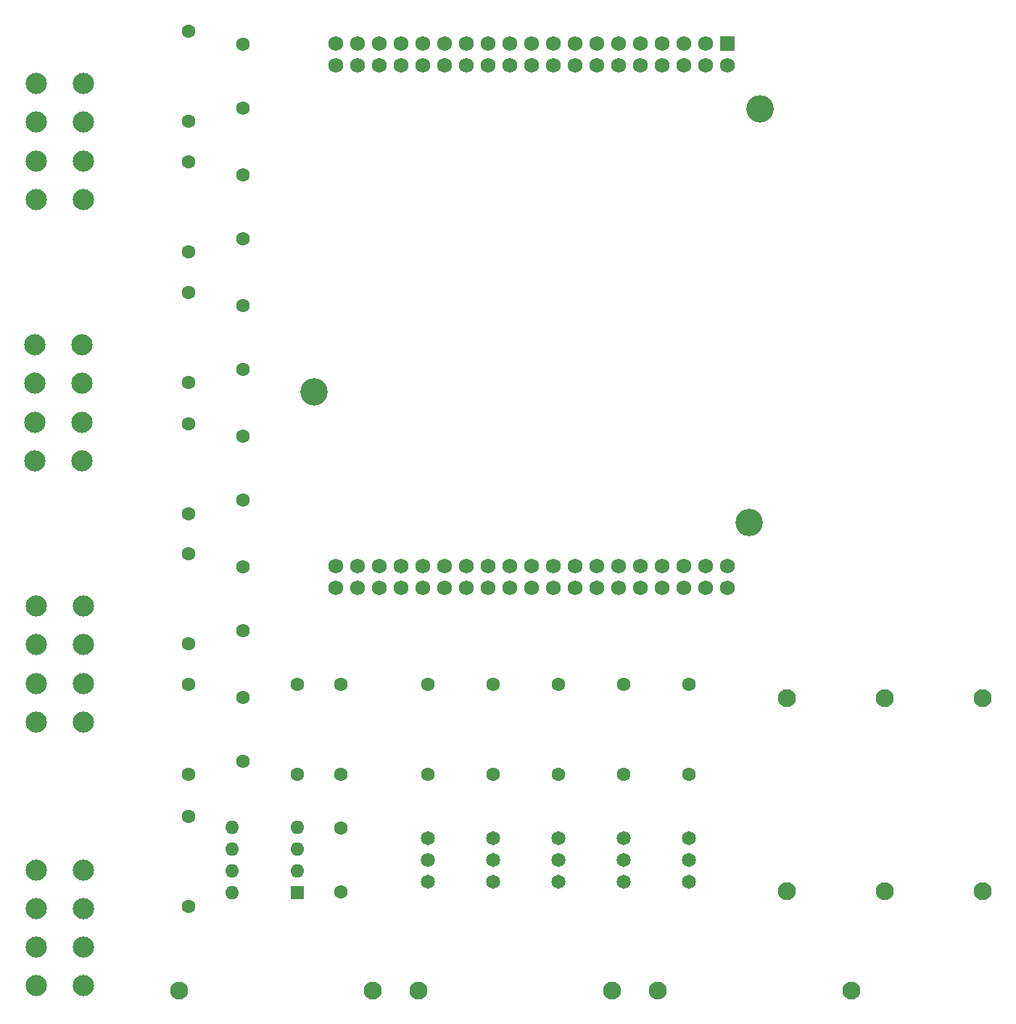
<source format=gbr>
%TF.GenerationSoftware,KiCad,Pcbnew,8.0.6*%
%TF.CreationDate,2025-01-08T12:00:42-04:00*%
%TF.ProjectId,DC,44432e6b-6963-4616-945f-706362585858,rev?*%
%TF.SameCoordinates,Original*%
%TF.FileFunction,Soldermask,Top*%
%TF.FilePolarity,Negative*%
%FSLAX46Y46*%
G04 Gerber Fmt 4.6, Leading zero omitted, Abs format (unit mm)*
G04 Created by KiCad (PCBNEW 8.0.6) date 2025-01-08 12:00:42*
%MOMM*%
%LPD*%
G01*
G04 APERTURE LIST*
G04 Aperture macros list*
%AMRoundRect*
0 Rectangle with rounded corners*
0 $1 Rounding radius*
0 $2 $3 $4 $5 $6 $7 $8 $9 X,Y pos of 4 corners*
0 Add a 4 corners polygon primitive as box body*
4,1,4,$2,$3,$4,$5,$6,$7,$8,$9,$2,$3,0*
0 Add four circle primitives for the rounded corners*
1,1,$1+$1,$2,$3*
1,1,$1+$1,$4,$5*
1,1,$1+$1,$6,$7*
1,1,$1+$1,$8,$9*
0 Add four rect primitives between the rounded corners*
20,1,$1+$1,$2,$3,$4,$5,0*
20,1,$1+$1,$4,$5,$6,$7,0*
20,1,$1+$1,$6,$7,$8,$9,0*
20,1,$1+$1,$8,$9,$2,$3,0*%
G04 Aperture macros list end*
%ADD10C,2.100000*%
%ADD11C,1.651000*%
%ADD12C,1.600000*%
%ADD13C,2.475500*%
%ADD14C,1.728000*%
%ADD15RoundRect,0.102000X-0.762000X0.762000X-0.762000X-0.762000X0.762000X-0.762000X0.762000X0.762000X0*%
%ADD16C,3.200000*%
%ADD17R,1.600000X1.600000*%
%ADD18O,1.600000X1.600000*%
G04 APERTURE END LIST*
D10*
%TO.C,F6*%
X176530000Y-120780000D03*
X176530000Y-143380000D03*
%TD*%
D11*
%TO.C,U4*%
X119380000Y-142240000D03*
X119380000Y-139700000D03*
X119380000Y-137160000D03*
%TD*%
D12*
%TO.C,C5*%
X90170000Y-44510000D03*
X90170000Y-52010000D03*
%TD*%
%TO.C,C6*%
X90170000Y-67250000D03*
X90170000Y-59750000D03*
%TD*%
D13*
%TO.C,a2*%
X71539000Y-62631500D03*
X71539000Y-58130500D03*
X71539000Y-53629500D03*
X71539000Y-49128500D03*
X66040000Y-49128500D03*
X66040000Y-53629500D03*
X66040000Y-58130500D03*
X66040000Y-62631500D03*
%TD*%
D12*
%TO.C,C1*%
X90170000Y-128210000D03*
X90170000Y-120710000D03*
%TD*%
%TO.C,C2*%
X90170000Y-112970000D03*
X90170000Y-105470000D03*
%TD*%
%TO.C,C4*%
X90170000Y-74990000D03*
X90170000Y-82490000D03*
%TD*%
%TO.C,R1*%
X142240000Y-119210000D03*
X142240000Y-129710000D03*
%TD*%
D11*
%TO.C,U2*%
X134620000Y-137160000D03*
X134620000Y-139700000D03*
X134620000Y-142240000D03*
%TD*%
D12*
%TO.C,R7*%
X83820000Y-114470000D03*
X83820000Y-103970000D03*
%TD*%
D10*
%TO.C,F4*%
X110620000Y-154940000D03*
X133220000Y-154940000D03*
%TD*%
D12*
%TO.C,R8*%
X83820000Y-99279500D03*
X83820000Y-88779500D03*
%TD*%
D10*
%TO.C,F1*%
X165100000Y-143380000D03*
X165100000Y-120780000D03*
%TD*%
D12*
%TO.C,R14*%
X83820000Y-145090000D03*
X83820000Y-134590000D03*
%TD*%
%TO.C,R9*%
X83820000Y-83990000D03*
X83820000Y-73490000D03*
%TD*%
D13*
%TO.C,a4*%
X71329500Y-93111500D03*
X71329500Y-88610500D03*
X71329500Y-84109500D03*
X71329500Y-79608500D03*
X65830500Y-79608500D03*
X65830500Y-84109500D03*
X65830500Y-88610500D03*
X65830500Y-93111500D03*
%TD*%
D11*
%TO.C,U3*%
X111760000Y-137160000D03*
X111760000Y-139700000D03*
X111760000Y-142240000D03*
%TD*%
D12*
%TO.C,C3*%
X90170000Y-90230000D03*
X90170000Y-97730000D03*
%TD*%
%TO.C,R11*%
X83820000Y-68750000D03*
X83820000Y-58250000D03*
%TD*%
D11*
%TO.C,U1*%
X142240000Y-137160000D03*
X142240000Y-139700000D03*
X142240000Y-142240000D03*
%TD*%
D12*
%TO.C,R6*%
X83820000Y-129710000D03*
X83820000Y-119210000D03*
%TD*%
%TO.C,R12*%
X96520000Y-129710000D03*
X96520000Y-119210000D03*
%TD*%
%TO.C,C7*%
X101600000Y-143450000D03*
X101600000Y-135950000D03*
%TD*%
D14*
%TO.C,U7*%
X100950000Y-107950000D03*
X100950000Y-105410000D03*
X103490000Y-107950000D03*
X103490000Y-105410000D03*
X106030000Y-107950000D03*
X106030000Y-105410000D03*
X108570000Y-107950000D03*
X108570000Y-105410000D03*
X111110000Y-107950000D03*
X111110000Y-105410000D03*
X113650000Y-107950000D03*
X113650000Y-105410000D03*
X116190000Y-107950000D03*
X116190000Y-105410000D03*
X118730000Y-107950000D03*
X118730000Y-105410000D03*
X121270000Y-107950000D03*
X121270000Y-105410000D03*
X123810000Y-107950000D03*
X123810000Y-105410000D03*
X126350000Y-107950000D03*
X126350000Y-105410000D03*
X128890000Y-107950000D03*
X128890000Y-105410000D03*
X131430000Y-107950000D03*
X131430000Y-105410000D03*
X133970000Y-107950000D03*
X133970000Y-105410000D03*
X136510000Y-107950000D03*
X136510000Y-105410000D03*
X139050000Y-107950000D03*
X139050000Y-105410000D03*
X141590000Y-107950000D03*
X141590000Y-105410000D03*
X144130000Y-107950000D03*
X144130000Y-105410000D03*
X146670000Y-107950000D03*
X146670000Y-105410000D03*
X100950000Y-46990000D03*
X100950000Y-44450000D03*
X103490000Y-46990000D03*
X103490000Y-44450000D03*
X106030000Y-46990000D03*
X106030000Y-44450000D03*
X108570000Y-46990000D03*
X108570000Y-44450000D03*
X111110000Y-46990000D03*
X111110000Y-44450000D03*
X113650000Y-46990000D03*
X113650000Y-44450000D03*
X116190000Y-46990000D03*
X116190000Y-44450000D03*
X118730000Y-46990000D03*
X118730000Y-44450000D03*
X121270000Y-46990000D03*
X121270000Y-44450000D03*
X123810000Y-46990000D03*
X123810000Y-44450000D03*
X126350000Y-46990000D03*
X126350000Y-44450000D03*
X128890000Y-46990000D03*
X128890000Y-44450000D03*
X131430000Y-46990000D03*
X131430000Y-44450000D03*
X133970000Y-46990000D03*
X133970000Y-44450000D03*
X136510000Y-46990000D03*
X136510000Y-44450000D03*
X139050000Y-46990000D03*
X139050000Y-44450000D03*
X141590000Y-46990000D03*
X141590000Y-44450000D03*
X144130000Y-46990000D03*
X144130000Y-44450000D03*
X146670000Y-46990000D03*
D15*
X146670000Y-44450000D03*
D16*
X149210000Y-100330000D03*
X98410000Y-85090000D03*
X150480000Y-52070000D03*
%TD*%
D12*
%TO.C,R2*%
X134620000Y-119210000D03*
X134620000Y-129710000D03*
%TD*%
%TO.C,R13*%
X101600000Y-129710000D03*
X101600000Y-119210000D03*
%TD*%
D13*
%TO.C,a1*%
X71539000Y-154361000D03*
X71539000Y-149860000D03*
X71539000Y-145359000D03*
X71539000Y-140858000D03*
X66040000Y-140858000D03*
X66040000Y-145359000D03*
X66040000Y-149860000D03*
X66040000Y-154361000D03*
%TD*%
D17*
%TO.C,U6*%
X96520000Y-143500000D03*
D18*
X96520000Y-140960000D03*
X96520000Y-138420000D03*
X96520000Y-135880000D03*
X88900000Y-135880000D03*
X88900000Y-138420000D03*
X88900000Y-140960000D03*
X88900000Y-143500000D03*
%TD*%
D12*
%TO.C,R5*%
X127000000Y-129710000D03*
X127000000Y-119210000D03*
%TD*%
D10*
%TO.C,F2*%
X153670000Y-143380000D03*
X153670000Y-120780000D03*
%TD*%
D12*
%TO.C,R3*%
X111760000Y-119210000D03*
X111760000Y-129710000D03*
%TD*%
%TO.C,R4*%
X119380000Y-129710000D03*
X119380000Y-119210000D03*
%TD*%
%TO.C,R10*%
X83820000Y-53510000D03*
X83820000Y-43010000D03*
%TD*%
D11*
%TO.C,U5*%
X127000000Y-142240000D03*
X127000000Y-139700000D03*
X127000000Y-137160000D03*
%TD*%
D10*
%TO.C,F3*%
X105280000Y-154940000D03*
X82680000Y-154940000D03*
%TD*%
%TO.C,F5*%
X161160000Y-154940000D03*
X138560000Y-154940000D03*
%TD*%
D13*
%TO.C,a3*%
X71539000Y-123591500D03*
X71539000Y-119090500D03*
X71539000Y-114589500D03*
X71539000Y-110088500D03*
X66040000Y-110088500D03*
X66040000Y-114589500D03*
X66040000Y-119090500D03*
X66040000Y-123591500D03*
%TD*%
M02*

</source>
